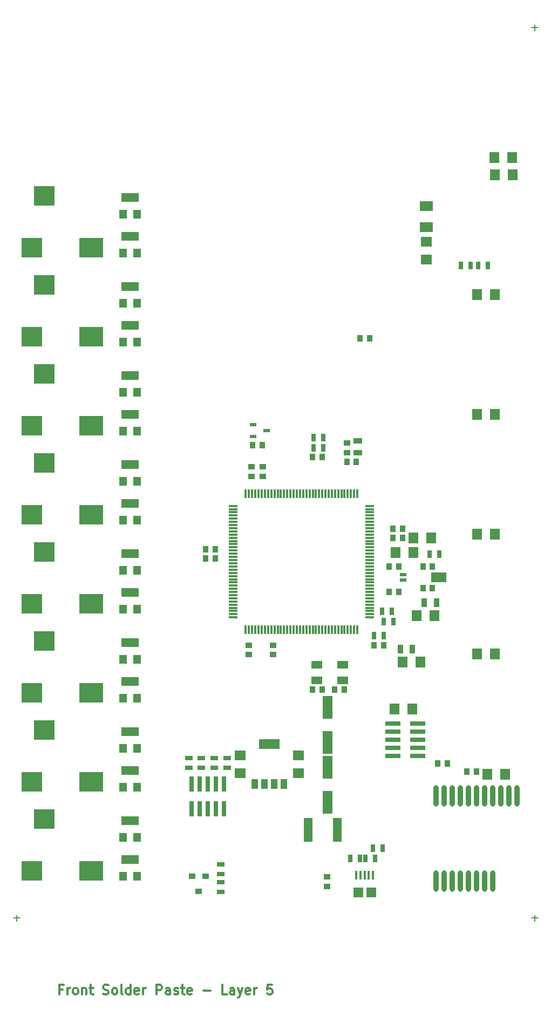
<source format=gtp>
G04 (created by PCBNEW (2013-07-07 BZR 4022)-stable) date 2/21/2016 2:52:37 PM*
%MOIN*%
G04 Gerber Fmt 3.4, Leading zero omitted, Abs format*
%FSLAX34Y34*%
G01*
G70*
G90*
G04 APERTURE LIST*
%ADD10C,0.00590551*%
%ADD11C,0.005*%
%ADD12C,0.0118*%
%ADD13R,0.08X0.06*%
%ADD14R,0.055X0.035*%
%ADD15R,0.035X0.055*%
%ADD16O,0.032X0.132*%
%ADD17R,0.063X0.071*%
%ADD18R,0.025X0.045*%
%ADD19R,0.0354016X0.0394016*%
%ADD20R,0.0394016X0.0354016*%
%ADD21R,0.071X0.047*%
%ADD22R,0.071X0.063*%
%ADD23R,0.0394016X0.0235984*%
%ADD24R,0.125984X0.122047*%
%ADD25R,0.149606X0.122047*%
%ADD26R,0.063X0.141701*%
%ADD27R,0.0944882X0.0299213*%
%ADD28R,0.0299213X0.0944882*%
%ADD29R,0.0944882X0.0590551*%
%ADD30R,0.0433071X0.023622*%
%ADD31R,0.055X0.15*%
%ADD32R,0.045X0.025*%
%ADD33R,0.129921X0.0590551*%
%ADD34R,0.0393701X0.0590551*%
%ADD35R,0.0393701X0.0354331*%
%ADD36R,0.0590551X0.0610236*%
%ADD37R,0.015748X0.0531496*%
%ADD38R,0.0472441X0.0551181*%
%ADD39R,0.110236X0.0551181*%
%ADD40R,0.011811X0.0570866*%
%ADD41R,0.0570866X0.011811*%
G04 APERTURE END LIST*
G54D10*
G54D11*
X41809Y-9011D02*
X42190Y-9011D01*
X42000Y-9202D02*
X42000Y-8821D01*
X9809Y-64011D02*
X10190Y-64011D01*
X10000Y-64202D02*
X10000Y-63821D01*
X41809Y-64011D02*
X42190Y-64011D01*
X42000Y-64202D02*
X42000Y-63821D01*
G54D12*
X12837Y-68429D02*
X12640Y-68429D01*
X12640Y-68739D02*
X12640Y-68148D01*
X12922Y-68148D01*
X13147Y-68739D02*
X13147Y-68345D01*
X13147Y-68457D02*
X13175Y-68401D01*
X13203Y-68373D01*
X13259Y-68345D01*
X13316Y-68345D01*
X13597Y-68739D02*
X13541Y-68711D01*
X13513Y-68682D01*
X13484Y-68626D01*
X13484Y-68457D01*
X13513Y-68401D01*
X13541Y-68373D01*
X13597Y-68345D01*
X13681Y-68345D01*
X13738Y-68373D01*
X13766Y-68401D01*
X13794Y-68457D01*
X13794Y-68626D01*
X13766Y-68682D01*
X13738Y-68711D01*
X13681Y-68739D01*
X13597Y-68739D01*
X14047Y-68345D02*
X14047Y-68739D01*
X14047Y-68401D02*
X14075Y-68373D01*
X14132Y-68345D01*
X14216Y-68345D01*
X14272Y-68373D01*
X14301Y-68429D01*
X14301Y-68739D01*
X14498Y-68345D02*
X14723Y-68345D01*
X14582Y-68148D02*
X14582Y-68654D01*
X14610Y-68711D01*
X14666Y-68739D01*
X14723Y-68739D01*
X15342Y-68711D02*
X15426Y-68739D01*
X15567Y-68739D01*
X15623Y-68711D01*
X15651Y-68682D01*
X15680Y-68626D01*
X15680Y-68570D01*
X15651Y-68514D01*
X15623Y-68485D01*
X15567Y-68457D01*
X15454Y-68429D01*
X15398Y-68401D01*
X15370Y-68373D01*
X15342Y-68317D01*
X15342Y-68260D01*
X15370Y-68204D01*
X15398Y-68176D01*
X15454Y-68148D01*
X15595Y-68148D01*
X15680Y-68176D01*
X16017Y-68739D02*
X15961Y-68711D01*
X15933Y-68682D01*
X15905Y-68626D01*
X15905Y-68457D01*
X15933Y-68401D01*
X15961Y-68373D01*
X16017Y-68345D01*
X16102Y-68345D01*
X16158Y-68373D01*
X16186Y-68401D01*
X16214Y-68457D01*
X16214Y-68626D01*
X16186Y-68682D01*
X16158Y-68711D01*
X16102Y-68739D01*
X16017Y-68739D01*
X16552Y-68739D02*
X16496Y-68711D01*
X16468Y-68654D01*
X16468Y-68148D01*
X17030Y-68739D02*
X17030Y-68148D01*
X17030Y-68711D02*
X16974Y-68739D01*
X16862Y-68739D01*
X16805Y-68711D01*
X16777Y-68682D01*
X16749Y-68626D01*
X16749Y-68457D01*
X16777Y-68401D01*
X16805Y-68373D01*
X16862Y-68345D01*
X16974Y-68345D01*
X17030Y-68373D01*
X17537Y-68711D02*
X17481Y-68739D01*
X17368Y-68739D01*
X17312Y-68711D01*
X17284Y-68654D01*
X17284Y-68429D01*
X17312Y-68373D01*
X17368Y-68345D01*
X17481Y-68345D01*
X17537Y-68373D01*
X17565Y-68429D01*
X17565Y-68485D01*
X17284Y-68542D01*
X17818Y-68739D02*
X17818Y-68345D01*
X17818Y-68457D02*
X17847Y-68401D01*
X17875Y-68373D01*
X17931Y-68345D01*
X17987Y-68345D01*
X18635Y-68739D02*
X18635Y-68148D01*
X18860Y-68148D01*
X18916Y-68176D01*
X18944Y-68204D01*
X18972Y-68260D01*
X18972Y-68345D01*
X18944Y-68401D01*
X18916Y-68429D01*
X18860Y-68457D01*
X18635Y-68457D01*
X19479Y-68739D02*
X19479Y-68429D01*
X19451Y-68373D01*
X19394Y-68345D01*
X19282Y-68345D01*
X19226Y-68373D01*
X19479Y-68711D02*
X19423Y-68739D01*
X19282Y-68739D01*
X19226Y-68711D01*
X19197Y-68654D01*
X19197Y-68598D01*
X19226Y-68542D01*
X19282Y-68514D01*
X19423Y-68514D01*
X19479Y-68485D01*
X19732Y-68711D02*
X19788Y-68739D01*
X19901Y-68739D01*
X19957Y-68711D01*
X19985Y-68654D01*
X19985Y-68626D01*
X19957Y-68570D01*
X19901Y-68542D01*
X19817Y-68542D01*
X19760Y-68514D01*
X19732Y-68457D01*
X19732Y-68429D01*
X19760Y-68373D01*
X19817Y-68345D01*
X19901Y-68345D01*
X19957Y-68373D01*
X20154Y-68345D02*
X20379Y-68345D01*
X20239Y-68148D02*
X20239Y-68654D01*
X20267Y-68711D01*
X20323Y-68739D01*
X20379Y-68739D01*
X20802Y-68711D02*
X20745Y-68739D01*
X20633Y-68739D01*
X20576Y-68711D01*
X20548Y-68654D01*
X20548Y-68429D01*
X20576Y-68373D01*
X20633Y-68345D01*
X20745Y-68345D01*
X20802Y-68373D01*
X20830Y-68429D01*
X20830Y-68485D01*
X20548Y-68542D01*
X21533Y-68514D02*
X21984Y-68514D01*
X22997Y-68739D02*
X22715Y-68739D01*
X22715Y-68148D01*
X23447Y-68739D02*
X23447Y-68429D01*
X23419Y-68373D01*
X23363Y-68345D01*
X23250Y-68345D01*
X23194Y-68373D01*
X23447Y-68711D02*
X23391Y-68739D01*
X23250Y-68739D01*
X23194Y-68711D01*
X23166Y-68654D01*
X23166Y-68598D01*
X23194Y-68542D01*
X23250Y-68514D01*
X23391Y-68514D01*
X23447Y-68485D01*
X23672Y-68345D02*
X23813Y-68739D01*
X23954Y-68345D02*
X23813Y-68739D01*
X23757Y-68879D01*
X23728Y-68908D01*
X23672Y-68936D01*
X24404Y-68711D02*
X24348Y-68739D01*
X24235Y-68739D01*
X24179Y-68711D01*
X24151Y-68654D01*
X24151Y-68429D01*
X24179Y-68373D01*
X24235Y-68345D01*
X24348Y-68345D01*
X24404Y-68373D01*
X24432Y-68429D01*
X24432Y-68485D01*
X24151Y-68542D01*
X24685Y-68739D02*
X24685Y-68345D01*
X24685Y-68457D02*
X24713Y-68401D01*
X24742Y-68373D01*
X24798Y-68345D01*
X24854Y-68345D01*
X25783Y-68148D02*
X25501Y-68148D01*
X25473Y-68429D01*
X25501Y-68401D01*
X25558Y-68373D01*
X25698Y-68373D01*
X25755Y-68401D01*
X25783Y-68429D01*
X25811Y-68485D01*
X25811Y-68626D01*
X25783Y-68682D01*
X25755Y-68711D01*
X25698Y-68739D01*
X25558Y-68739D01*
X25501Y-68711D01*
X25473Y-68682D01*
G54D13*
X35320Y-21350D03*
X35320Y-20050D03*
G54D14*
X31075Y-35270D03*
X31075Y-34520D03*
G54D15*
X33690Y-47400D03*
X34440Y-47400D03*
X35185Y-44535D03*
X35935Y-44535D03*
G54D16*
X35900Y-61740D03*
X36400Y-61740D03*
X36900Y-61740D03*
X37400Y-61740D03*
X37900Y-61740D03*
X38400Y-61740D03*
X38900Y-61740D03*
X39400Y-61740D03*
X40900Y-56460D03*
X40400Y-56460D03*
X39900Y-56460D03*
X39400Y-56460D03*
X38900Y-56460D03*
X38400Y-56460D03*
X37900Y-56460D03*
X37400Y-56460D03*
X36900Y-56460D03*
X36400Y-56460D03*
X35900Y-56460D03*
G54D17*
X34695Y-45340D03*
X35795Y-45340D03*
G54D18*
X31550Y-60350D03*
X32150Y-60350D03*
X31200Y-60350D03*
X30600Y-60350D03*
X31990Y-59714D03*
X32590Y-59714D03*
G54D17*
X33830Y-48209D03*
X34930Y-48209D03*
G54D19*
X32084Y-47159D03*
X32675Y-47159D03*
X33595Y-43864D03*
X33004Y-43864D03*
G54D17*
X34495Y-41420D03*
X33395Y-41420D03*
G54D19*
X35685Y-43635D03*
X35094Y-43635D03*
X35685Y-42294D03*
X35094Y-42294D03*
X33004Y-42300D03*
X33595Y-42300D03*
G54D17*
X35595Y-40520D03*
X34495Y-40520D03*
G54D19*
X33825Y-40540D03*
X33234Y-40540D03*
X33825Y-39980D03*
X33234Y-39980D03*
X28289Y-35545D03*
X28880Y-35545D03*
G54D20*
X24350Y-47745D03*
X24350Y-47154D03*
X25850Y-47154D03*
X25850Y-47745D03*
G54D19*
X28865Y-49890D03*
X28274Y-49890D03*
X29634Y-49890D03*
X30225Y-49890D03*
G54D21*
X28550Y-49320D03*
X30150Y-49320D03*
X30150Y-48380D03*
X28550Y-48380D03*
G54D17*
X34450Y-51100D03*
X33350Y-51100D03*
G54D19*
X36605Y-54459D03*
X36014Y-54459D03*
X37804Y-54979D03*
X38395Y-54979D03*
G54D17*
X40170Y-55140D03*
X39070Y-55140D03*
X39550Y-47690D03*
X38450Y-47690D03*
X39550Y-40300D03*
X38450Y-40300D03*
X39550Y-32890D03*
X38450Y-32890D03*
G54D22*
X35290Y-23320D03*
X35290Y-22220D03*
G54D17*
X39545Y-25500D03*
X38445Y-25500D03*
X40624Y-18100D03*
X39524Y-18100D03*
X40600Y-17050D03*
X39500Y-17050D03*
G54D19*
X31204Y-28200D03*
X31795Y-28200D03*
G54D20*
X30415Y-34674D03*
X30415Y-35265D03*
G54D19*
X30985Y-35840D03*
X30394Y-35840D03*
G54D20*
X24505Y-36149D03*
X24505Y-36740D03*
X25205Y-36740D03*
X25205Y-36149D03*
G54D19*
X24584Y-34810D03*
X25175Y-34810D03*
G54D23*
X24604Y-33525D03*
X25435Y-33900D03*
X24604Y-34275D03*
G54D19*
X22275Y-41235D03*
X21684Y-41235D03*
X22275Y-41814D03*
X21684Y-41814D03*
G54D22*
X27390Y-55059D03*
X27390Y-53959D03*
X23805Y-55075D03*
X23805Y-53975D03*
G54D24*
X11692Y-19405D03*
G54D25*
X14606Y-22594D03*
G54D24*
X10944Y-22594D03*
X11692Y-24905D03*
G54D25*
X14606Y-28094D03*
G54D24*
X10944Y-28094D03*
X11692Y-30405D03*
G54D25*
X14606Y-33594D03*
G54D24*
X10944Y-33594D03*
X11692Y-35905D03*
G54D25*
X14606Y-39094D03*
G54D24*
X10944Y-39094D03*
X11692Y-41405D03*
G54D25*
X14606Y-44594D03*
G54D24*
X10944Y-44594D03*
X11692Y-46905D03*
G54D25*
X14606Y-50094D03*
G54D24*
X10944Y-50094D03*
X11692Y-52405D03*
G54D25*
X14606Y-55594D03*
G54D24*
X10944Y-55594D03*
X11692Y-57905D03*
G54D25*
X14606Y-61094D03*
G54D24*
X10944Y-61094D03*
G54D26*
X29200Y-56853D03*
X29200Y-54687D03*
X29200Y-51007D03*
X29200Y-53173D03*
G54D27*
X34767Y-54000D03*
X33232Y-54000D03*
X34767Y-53500D03*
X33232Y-53500D03*
X34767Y-53000D03*
X33232Y-53000D03*
X34767Y-52500D03*
X33232Y-52500D03*
X34767Y-52000D03*
X33232Y-52000D03*
G54D28*
X20800Y-57267D03*
X20800Y-55732D03*
X21300Y-57267D03*
X21300Y-55732D03*
X21800Y-57267D03*
X21800Y-55732D03*
X22300Y-57267D03*
X22300Y-55732D03*
X22800Y-57267D03*
X22800Y-55732D03*
G54D29*
X36069Y-42964D03*
G54D30*
X33884Y-43142D03*
X33884Y-42787D03*
G54D20*
X29160Y-61463D03*
X29160Y-62055D03*
G54D31*
X29810Y-58560D03*
X28010Y-58560D03*
G54D32*
X20650Y-54150D03*
X20650Y-54750D03*
X21400Y-54150D03*
X21400Y-54750D03*
X22200Y-54150D03*
X22200Y-54750D03*
X23000Y-54150D03*
X23000Y-54750D03*
X22590Y-61800D03*
X22590Y-62400D03*
G54D18*
X32080Y-46570D03*
X32680Y-46570D03*
X32680Y-45685D03*
X33280Y-45685D03*
X36120Y-41550D03*
X35520Y-41550D03*
X32580Y-45070D03*
X33180Y-45070D03*
X38030Y-23690D03*
X37430Y-23690D03*
X38510Y-23690D03*
X39110Y-23690D03*
X28930Y-34330D03*
X28330Y-34330D03*
X28930Y-34955D03*
X28330Y-34955D03*
G54D33*
X25605Y-53254D03*
G54D34*
X24719Y-55735D03*
X25309Y-55735D03*
X25900Y-55735D03*
X26490Y-55735D03*
G54D35*
X21663Y-61427D03*
X20836Y-61427D03*
X21250Y-62372D03*
G54D32*
X22590Y-60690D03*
X22590Y-61290D03*
G54D36*
X31893Y-62429D03*
X31106Y-62429D03*
G54D37*
X31244Y-61375D03*
X30988Y-61375D03*
X31500Y-61375D03*
X31755Y-61375D03*
X32011Y-61375D03*
G54D38*
X16566Y-61423D03*
X17433Y-61423D03*
G54D39*
X17000Y-60400D03*
G54D38*
X16566Y-59023D03*
X17433Y-59023D03*
G54D39*
X17000Y-58000D03*
G54D38*
X16566Y-55923D03*
X17433Y-55923D03*
G54D39*
X17000Y-54900D03*
G54D38*
X16566Y-53523D03*
X17433Y-53523D03*
G54D39*
X17000Y-52500D03*
G54D38*
X16566Y-50423D03*
X17433Y-50423D03*
G54D39*
X17000Y-49400D03*
G54D38*
X16566Y-48023D03*
X17433Y-48023D03*
G54D39*
X17000Y-47000D03*
G54D38*
X16566Y-44923D03*
X17433Y-44923D03*
G54D39*
X17000Y-43900D03*
G54D38*
X16566Y-42523D03*
X17433Y-42523D03*
G54D39*
X17000Y-41500D03*
G54D38*
X16566Y-39423D03*
X17433Y-39423D03*
G54D39*
X17000Y-38400D03*
G54D38*
X16566Y-37023D03*
X17433Y-37023D03*
G54D39*
X17000Y-36000D03*
G54D38*
X16566Y-33923D03*
X17433Y-33923D03*
G54D39*
X17000Y-32900D03*
G54D38*
X16566Y-31523D03*
X17433Y-31523D03*
G54D39*
X17000Y-30500D03*
G54D38*
X16566Y-28423D03*
X17433Y-28423D03*
G54D39*
X17000Y-27400D03*
G54D38*
X16566Y-26023D03*
X17433Y-26023D03*
G54D39*
X17000Y-25000D03*
G54D38*
X16566Y-22923D03*
X17433Y-22923D03*
G54D39*
X17000Y-21900D03*
G54D38*
X16566Y-20523D03*
X17433Y-20523D03*
G54D39*
X17000Y-19500D03*
G54D40*
X24155Y-46212D03*
X24355Y-46212D03*
X24550Y-46212D03*
X24745Y-46212D03*
X24945Y-46212D03*
X25140Y-46212D03*
X25335Y-46212D03*
X25535Y-46212D03*
X25730Y-46212D03*
X25925Y-46212D03*
X26125Y-46212D03*
X26320Y-46212D03*
X26515Y-46212D03*
X26715Y-46212D03*
X26910Y-46212D03*
X27105Y-46212D03*
X27305Y-46212D03*
X27500Y-46212D03*
X27700Y-46212D03*
X27895Y-46212D03*
X28095Y-46212D03*
X28290Y-46212D03*
X28485Y-46212D03*
X28685Y-46212D03*
X28880Y-46212D03*
X29075Y-46212D03*
X29275Y-46212D03*
X29470Y-46212D03*
X29665Y-46212D03*
X29865Y-46212D03*
X30060Y-46212D03*
X30255Y-46212D03*
X30455Y-46212D03*
X30650Y-46212D03*
X30845Y-46212D03*
X31045Y-46212D03*
G54D41*
X31812Y-39735D03*
X31812Y-39540D03*
X31812Y-39345D03*
X31812Y-39145D03*
X31812Y-38950D03*
X31812Y-38755D03*
X31812Y-38555D03*
X23387Y-39540D03*
X23387Y-39735D03*
X23387Y-39935D03*
X23387Y-40130D03*
X23387Y-40325D03*
X23387Y-40525D03*
X23387Y-40720D03*
X23387Y-40915D03*
X23387Y-41115D03*
X23387Y-41310D03*
X23387Y-41505D03*
X23387Y-41705D03*
X23387Y-41900D03*
X23387Y-42100D03*
X23387Y-42295D03*
X23387Y-42495D03*
X23387Y-42690D03*
X23387Y-42885D03*
X23387Y-43085D03*
X23387Y-43280D03*
X23387Y-43475D03*
X23387Y-43675D03*
X23387Y-43870D03*
X23387Y-44065D03*
X23387Y-44265D03*
X23387Y-44460D03*
X23387Y-44655D03*
X23387Y-44855D03*
X23387Y-45050D03*
X23387Y-45245D03*
X23387Y-45445D03*
X31812Y-45445D03*
X31812Y-45245D03*
X31812Y-45050D03*
X31812Y-44855D03*
X31812Y-44655D03*
X31812Y-44460D03*
X31812Y-44265D03*
X31812Y-44065D03*
X31812Y-43870D03*
X31812Y-43675D03*
X31812Y-43475D03*
X31812Y-43280D03*
X31812Y-43085D03*
X31812Y-42885D03*
X31812Y-42690D03*
X31812Y-42495D03*
X31812Y-42295D03*
X31812Y-42100D03*
X31812Y-41900D03*
X31812Y-41705D03*
X31812Y-41505D03*
X31812Y-41310D03*
X31812Y-41115D03*
X31812Y-40915D03*
X31812Y-40720D03*
X31812Y-40525D03*
X31812Y-40325D03*
X31812Y-40130D03*
X31812Y-39935D03*
G54D40*
X30060Y-37787D03*
X29865Y-37787D03*
X29665Y-37787D03*
X29470Y-37787D03*
X29275Y-37787D03*
X29075Y-37787D03*
X28880Y-37787D03*
X28685Y-37787D03*
X28485Y-37787D03*
X28290Y-37787D03*
X28095Y-37787D03*
X27895Y-37787D03*
X27700Y-37787D03*
X27500Y-37787D03*
X27305Y-37787D03*
X27105Y-37787D03*
X26910Y-37787D03*
X26715Y-37787D03*
X26515Y-37787D03*
X26320Y-37787D03*
X26125Y-37787D03*
X25925Y-37787D03*
X25730Y-37787D03*
X25535Y-37787D03*
X25335Y-37787D03*
X25140Y-37787D03*
X24945Y-37787D03*
X24745Y-37787D03*
X24550Y-37787D03*
X24355Y-37787D03*
X24155Y-37787D03*
X31045Y-37787D03*
X30845Y-37787D03*
X30650Y-37787D03*
X30455Y-37787D03*
X30255Y-37787D03*
G54D41*
X23387Y-38555D03*
X23387Y-38755D03*
X23387Y-38950D03*
X23387Y-39145D03*
X23387Y-39345D03*
M02*

</source>
